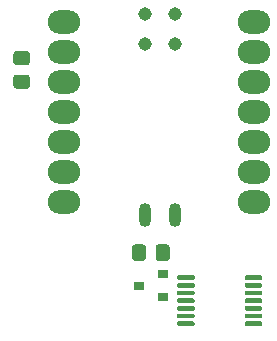
<source format=gbr>
%TF.GenerationSoftware,KiCad,Pcbnew,(5.1.9)-1*%
%TF.CreationDate,2021-01-02T03:16:18-08:00*%
%TF.ProjectId,xiao-isp-programmer,7869616f-2d69-4737-902d-70726f677261,rev?*%
%TF.SameCoordinates,Original*%
%TF.FileFunction,Paste,Top*%
%TF.FilePolarity,Positive*%
%FSLAX46Y46*%
G04 Gerber Fmt 4.6, Leading zero omitted, Abs format (unit mm)*
G04 Created by KiCad (PCBNEW (5.1.9)-1) date 2021-01-02 03:16:18*
%MOMM*%
%LPD*%
G01*
G04 APERTURE LIST*
%ADD10R,0.900000X0.800000*%
%ADD11O,2.748280X1.998980*%
%ADD12O,1.016000X2.032000*%
%ADD13C,1.143000*%
G04 APERTURE END LIST*
D10*
%TO.C,Q1*%
X57404000Y-171130000D03*
X57404000Y-169230000D03*
X55404000Y-170180000D03*
%TD*%
%TO.C,R1*%
G36*
G01*
X58004000Y-166935999D02*
X58004000Y-167836001D01*
G75*
G02*
X57754001Y-168086000I-249999J0D01*
G01*
X57053999Y-168086000D01*
G75*
G02*
X56804000Y-167836001I0J249999D01*
G01*
X56804000Y-166935999D01*
G75*
G02*
X57053999Y-166686000I249999J0D01*
G01*
X57754001Y-166686000D01*
G75*
G02*
X58004000Y-166935999I0J-249999D01*
G01*
G37*
G36*
G01*
X56004000Y-166935999D02*
X56004000Y-167836001D01*
G75*
G02*
X55754001Y-168086000I-249999J0D01*
G01*
X55053999Y-168086000D01*
G75*
G02*
X54804000Y-167836001I0J249999D01*
G01*
X54804000Y-166935999D01*
G75*
G02*
X55053999Y-166686000I249999J0D01*
G01*
X55754001Y-166686000D01*
G75*
G02*
X56004000Y-166935999I0J-249999D01*
G01*
G37*
%TD*%
D11*
%TO.C,U1*%
X65180681Y-147878801D03*
X65180681Y-150418801D03*
X65180681Y-152958801D03*
X65180681Y-155498801D03*
X65180681Y-158038801D03*
X65180681Y-160578801D03*
X65180681Y-163118801D03*
X49016121Y-163118801D03*
X49016121Y-160578801D03*
X49016121Y-158038801D03*
X49016121Y-155498801D03*
X49016121Y-152958801D03*
X49016121Y-150418801D03*
X49016121Y-147878801D03*
D12*
X55883001Y-164196621D03*
X58433001Y-164196621D03*
D13*
X55881804Y-147192434D03*
X58421804Y-147192434D03*
X55881804Y-149732434D03*
X58421804Y-149732434D03*
%TD*%
%TO.C,U2*%
G36*
G01*
X65830000Y-173300000D02*
X65830000Y-173500000D01*
G75*
G02*
X65730000Y-173600000I-100000J0D01*
G01*
X64455000Y-173600000D01*
G75*
G02*
X64355000Y-173500000I0J100000D01*
G01*
X64355000Y-173300000D01*
G75*
G02*
X64455000Y-173200000I100000J0D01*
G01*
X65730000Y-173200000D01*
G75*
G02*
X65830000Y-173300000I0J-100000D01*
G01*
G37*
G36*
G01*
X65830000Y-172650000D02*
X65830000Y-172850000D01*
G75*
G02*
X65730000Y-172950000I-100000J0D01*
G01*
X64455000Y-172950000D01*
G75*
G02*
X64355000Y-172850000I0J100000D01*
G01*
X64355000Y-172650000D01*
G75*
G02*
X64455000Y-172550000I100000J0D01*
G01*
X65730000Y-172550000D01*
G75*
G02*
X65830000Y-172650000I0J-100000D01*
G01*
G37*
G36*
G01*
X65830000Y-172000000D02*
X65830000Y-172200000D01*
G75*
G02*
X65730000Y-172300000I-100000J0D01*
G01*
X64455000Y-172300000D01*
G75*
G02*
X64355000Y-172200000I0J100000D01*
G01*
X64355000Y-172000000D01*
G75*
G02*
X64455000Y-171900000I100000J0D01*
G01*
X65730000Y-171900000D01*
G75*
G02*
X65830000Y-172000000I0J-100000D01*
G01*
G37*
G36*
G01*
X65830000Y-171350000D02*
X65830000Y-171550000D01*
G75*
G02*
X65730000Y-171650000I-100000J0D01*
G01*
X64455000Y-171650000D01*
G75*
G02*
X64355000Y-171550000I0J100000D01*
G01*
X64355000Y-171350000D01*
G75*
G02*
X64455000Y-171250000I100000J0D01*
G01*
X65730000Y-171250000D01*
G75*
G02*
X65830000Y-171350000I0J-100000D01*
G01*
G37*
G36*
G01*
X65830000Y-170700000D02*
X65830000Y-170900000D01*
G75*
G02*
X65730000Y-171000000I-100000J0D01*
G01*
X64455000Y-171000000D01*
G75*
G02*
X64355000Y-170900000I0J100000D01*
G01*
X64355000Y-170700000D01*
G75*
G02*
X64455000Y-170600000I100000J0D01*
G01*
X65730000Y-170600000D01*
G75*
G02*
X65830000Y-170700000I0J-100000D01*
G01*
G37*
G36*
G01*
X65830000Y-170050000D02*
X65830000Y-170250000D01*
G75*
G02*
X65730000Y-170350000I-100000J0D01*
G01*
X64455000Y-170350000D01*
G75*
G02*
X64355000Y-170250000I0J100000D01*
G01*
X64355000Y-170050000D01*
G75*
G02*
X64455000Y-169950000I100000J0D01*
G01*
X65730000Y-169950000D01*
G75*
G02*
X65830000Y-170050000I0J-100000D01*
G01*
G37*
G36*
G01*
X65830000Y-169400000D02*
X65830000Y-169600000D01*
G75*
G02*
X65730000Y-169700000I-100000J0D01*
G01*
X64455000Y-169700000D01*
G75*
G02*
X64355000Y-169600000I0J100000D01*
G01*
X64355000Y-169400000D01*
G75*
G02*
X64455000Y-169300000I100000J0D01*
G01*
X65730000Y-169300000D01*
G75*
G02*
X65830000Y-169400000I0J-100000D01*
G01*
G37*
G36*
G01*
X60105000Y-169400000D02*
X60105000Y-169600000D01*
G75*
G02*
X60005000Y-169700000I-100000J0D01*
G01*
X58730000Y-169700000D01*
G75*
G02*
X58630000Y-169600000I0J100000D01*
G01*
X58630000Y-169400000D01*
G75*
G02*
X58730000Y-169300000I100000J0D01*
G01*
X60005000Y-169300000D01*
G75*
G02*
X60105000Y-169400000I0J-100000D01*
G01*
G37*
G36*
G01*
X60105000Y-170050000D02*
X60105000Y-170250000D01*
G75*
G02*
X60005000Y-170350000I-100000J0D01*
G01*
X58730000Y-170350000D01*
G75*
G02*
X58630000Y-170250000I0J100000D01*
G01*
X58630000Y-170050000D01*
G75*
G02*
X58730000Y-169950000I100000J0D01*
G01*
X60005000Y-169950000D01*
G75*
G02*
X60105000Y-170050000I0J-100000D01*
G01*
G37*
G36*
G01*
X60105000Y-170700000D02*
X60105000Y-170900000D01*
G75*
G02*
X60005000Y-171000000I-100000J0D01*
G01*
X58730000Y-171000000D01*
G75*
G02*
X58630000Y-170900000I0J100000D01*
G01*
X58630000Y-170700000D01*
G75*
G02*
X58730000Y-170600000I100000J0D01*
G01*
X60005000Y-170600000D01*
G75*
G02*
X60105000Y-170700000I0J-100000D01*
G01*
G37*
G36*
G01*
X60105000Y-171350000D02*
X60105000Y-171550000D01*
G75*
G02*
X60005000Y-171650000I-100000J0D01*
G01*
X58730000Y-171650000D01*
G75*
G02*
X58630000Y-171550000I0J100000D01*
G01*
X58630000Y-171350000D01*
G75*
G02*
X58730000Y-171250000I100000J0D01*
G01*
X60005000Y-171250000D01*
G75*
G02*
X60105000Y-171350000I0J-100000D01*
G01*
G37*
G36*
G01*
X60105000Y-172000000D02*
X60105000Y-172200000D01*
G75*
G02*
X60005000Y-172300000I-100000J0D01*
G01*
X58730000Y-172300000D01*
G75*
G02*
X58630000Y-172200000I0J100000D01*
G01*
X58630000Y-172000000D01*
G75*
G02*
X58730000Y-171900000I100000J0D01*
G01*
X60005000Y-171900000D01*
G75*
G02*
X60105000Y-172000000I0J-100000D01*
G01*
G37*
G36*
G01*
X60105000Y-172650000D02*
X60105000Y-172850000D01*
G75*
G02*
X60005000Y-172950000I-100000J0D01*
G01*
X58730000Y-172950000D01*
G75*
G02*
X58630000Y-172850000I0J100000D01*
G01*
X58630000Y-172650000D01*
G75*
G02*
X58730000Y-172550000I100000J0D01*
G01*
X60005000Y-172550000D01*
G75*
G02*
X60105000Y-172650000I0J-100000D01*
G01*
G37*
G36*
G01*
X60105000Y-173300000D02*
X60105000Y-173500000D01*
G75*
G02*
X60005000Y-173600000I-100000J0D01*
G01*
X58730000Y-173600000D01*
G75*
G02*
X58630000Y-173500000I0J100000D01*
G01*
X58630000Y-173300000D01*
G75*
G02*
X58730000Y-173200000I100000J0D01*
G01*
X60005000Y-173200000D01*
G75*
G02*
X60105000Y-173300000I0J-100000D01*
G01*
G37*
%TD*%
%TO.C,R2*%
G36*
G01*
X45916001Y-153508000D02*
X45015999Y-153508000D01*
G75*
G02*
X44766000Y-153258001I0J249999D01*
G01*
X44766000Y-152557999D01*
G75*
G02*
X45015999Y-152308000I249999J0D01*
G01*
X45916001Y-152308000D01*
G75*
G02*
X46166000Y-152557999I0J-249999D01*
G01*
X46166000Y-153258001D01*
G75*
G02*
X45916001Y-153508000I-249999J0D01*
G01*
G37*
G36*
G01*
X45916001Y-151508000D02*
X45015999Y-151508000D01*
G75*
G02*
X44766000Y-151258001I0J249999D01*
G01*
X44766000Y-150557999D01*
G75*
G02*
X45015999Y-150308000I249999J0D01*
G01*
X45916001Y-150308000D01*
G75*
G02*
X46166000Y-150557999I0J-249999D01*
G01*
X46166000Y-151258001D01*
G75*
G02*
X45916001Y-151508000I-249999J0D01*
G01*
G37*
%TD*%
M02*

</source>
